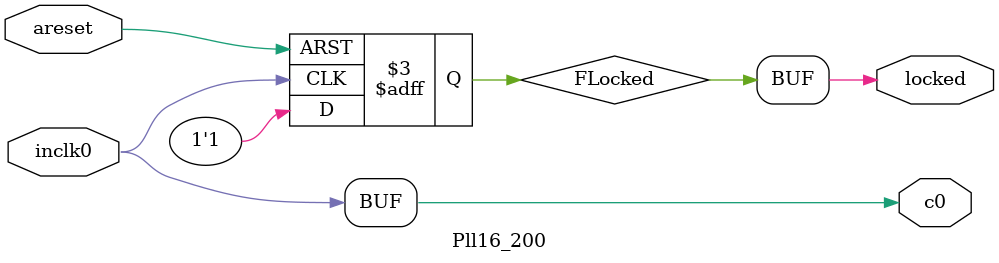
<source format=v>
module Pll16_200 
 (
  input  inclk0,
  input  areset,
  output c0,
  output locked
 );


 reg FLocked;
 always @(posedge inclk0 or posedge areset)
 if (areset==1'b1)
  begin
  FLocked<=1'b0;
  end
 else
  begin
  FLocked<=1'b1;
  end

assign c0 = inclk0;
assign locked = FLocked;

endmodule

</source>
